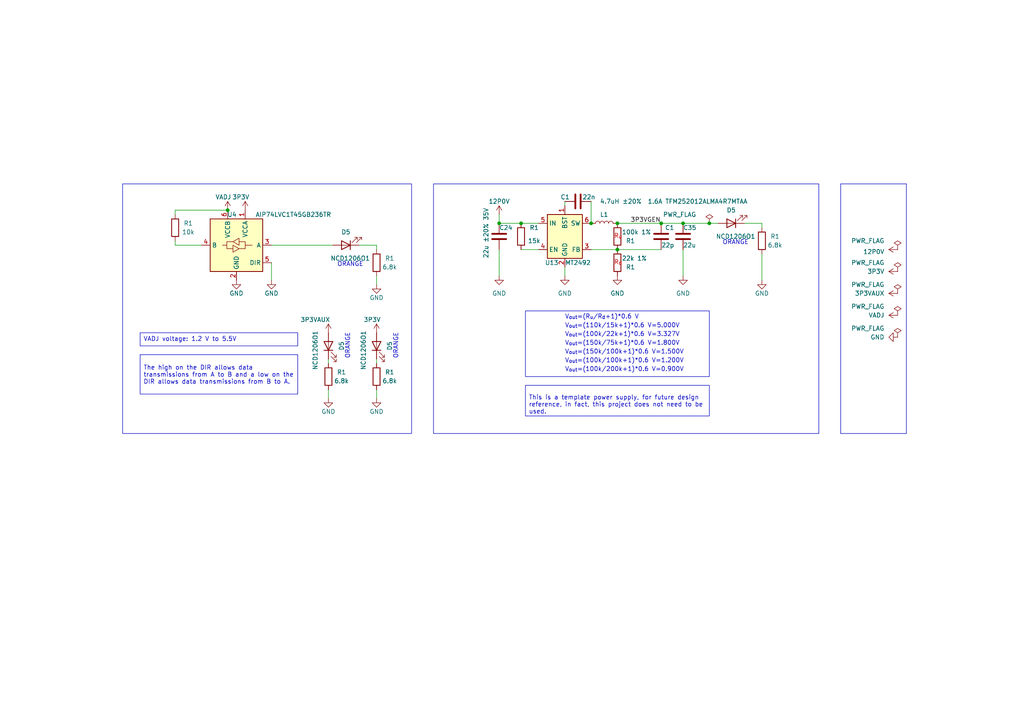
<source format=kicad_sch>
(kicad_sch (version 20230121) (generator eeschema)
  (paper "A4")
  (title_block (title "POWER") (date "2023-03-02") (rev "1.0.5") (company "CHIPS Alliance") (comment 1 "Rui Huang (2023-03-02)") (comment 2 "Rui Huang (2023-03-02)") (comment 4 "Rui Huang (2023-03-02)"))
  (lib_symbols
    (symbol "CHIPSAlliance_Logic:AIP74LVC1T45GB236TR"
      (property "Reference" "U" (at 1.27 1.27 0))
      (property "Value" "AIP74LVC1T45GB236TR" (at 0 -16.51 0))
      (symbol "AIP74LVC1T45GB236TR_0_1"
        (polyline (pts (xy 5.08 -7.62) (xy 5.08 -6.604) (xy 6.858 -6.604)))
        (polyline (pts (xy 10.414 -7.62) (xy 10.414 -8.636) (xy 8.636 -8.636)))
        (polyline (pts (xy 6.858 -8.636) (xy 5.08 -8.636) (xy 5.08 -7.62) (xy 3.048 -7.62)))
        (polyline (pts (xy 6.858 -7.62) (xy 6.858 -5.588) (xy 8.636 -6.604) (xy 6.858 -7.62)))
        (polyline (pts (xy 8.636 -6.604) (xy 10.414 -6.604) (xy 10.414 -7.62) (xy 11.684 -7.62)))
        (polyline (pts (xy 8.636 -7.62) (xy 8.636 -9.398) (xy 8.636 -9.652) (xy 6.858 -8.636) (xy 8.636 -7.62)))
        (rectangle (start 0 0) (end 15.24 -15.24) (stroke (width 0.254)) (fill (type background)))
      )
      (symbol "AIP74LVC1T45GB236TR_1_1"
        (pin power_in line (at 5.08 2.54 270) (length 2.54) (name "VCCA") (number "1"))
        (pin power_in line (at 7.62 -17.78 90) (length 2.54) (name "GND") (number "2"))
        (pin bidirectional line (at -2.54 -7.62 0) (length 2.54) (name "A") (number "3"))
        (pin bidirectional line (at 17.78 -7.62 180) (length 2.54) (name "B") (number "4"))
        (pin input line (at -2.54 -12.7 0) (length 2.54) (name "DIR") (number "5"))
        (pin power_in line (at 10.16 2.54 270) (length 2.54) (name "VCCB") (number "6"))
      )
    )
    (symbol "CHIPSAlliance_Power:12P0V" (power) (pin_names (offset 0))
      (property "Value" "12P0V" (at 0 3.81 0))
      (symbol "12P0V_0_1"
        (polyline (pts (xy -0.762 1.27) (xy 0 2.54)))
        (polyline (pts (xy 0 0) (xy 0 2.54)))
        (polyline (pts (xy 0 2.54) (xy 0.762 1.27)))
      )
      (symbol "12P0V_1_1"
        (pin power_in line (at 0 0 90) (length 0) hide (name "12P0V") (number "1"))
      )
    )
    (symbol "CHIPSAlliance_Power:3P3V" (power) (pin_names (offset 0))
      (property "Value" "3P3V" (at 0 3.81 0))
      (symbol "3P3V_0_1"
        (polyline (pts (xy -0.762 1.27) (xy 0 2.54)))
        (polyline (pts (xy 0 0) (xy 0 2.54)))
        (polyline (pts (xy 0 2.54) (xy 0.762 1.27)))
      )
      (symbol "3P3V_1_1"
        (pin power_in line (at 0 0 90) (length 0) hide (name "3P3V") (number "1"))
      )
    )
    (symbol "CHIPSAlliance_Power:3P3VAUX" (power) (pin_names (offset 0))
      (property "Value" "3P3VAUX" (at 0 3.81 0))
      (symbol "3P3VAUX_0_1"
        (polyline (pts (xy -0.762 1.27) (xy 0 2.54)))
        (polyline (pts (xy 0 0) (xy 0 2.54)))
        (polyline (pts (xy 0 2.54) (xy 0.762 1.27)))
      )
      (symbol "3P3VAUX_1_1"
        (pin power_in line (at 0 0 90) (length 0) hide (name "3P3VAUX") (number "1"))
      )
    )
    (symbol "CHIPSAlliance_Power:GND" (power) (pin_names (offset 0))
      (property "Value" "GND" (at 0 -3.81 0))
      (symbol "GND_0_1"
        (polyline (pts (xy 0 0) (xy 0 -1.27) (xy 1.27 -1.27) (xy 0 -2.54) (xy -1.27 -1.27) (xy 0 -1.27)))
      )
      (symbol "GND_1_1"
        (pin power_in line (at 0 0 270) (length 0) hide (name "GND") (number "1"))
      )
    )
    (symbol "CHIPSAlliance_Power:VADJ" (power) (pin_names (offset 0))
      (property "Value" "VADJ" (at 0 3.81 0))
      (symbol "VADJ_0_1"
        (polyline (pts (xy -0.762 1.27) (xy 0 2.54)))
        (polyline (pts (xy 0 0) (xy 0 2.54)))
        (polyline (pts (xy 0 2.54) (xy 0.762 1.27)))
      )
      (symbol "VADJ_1_1"
        (pin power_in line (at 0 0 90) (length 0) hide (name "VADJ") (number "1"))
      )
    )
    (symbol "CHIPSAlliance_Regulator_Switching:MT2492"
      (property "Reference" "U" (at 0 1.27 0))
      (property "Value" "MT2492" (at 0 -13.97 0))
      (symbol "MT2492_0_1"
        (rectangle (start 0 0) (end 10.16 -12.7) (stroke (width 0.254)) (fill (type background)))
      )
      (symbol "MT2492_1_1"
        (pin passive line (at 5.08 2.54 270) (length 2.54) (name "BST") (number "1"))
        (pin power_in line (at 5.08 -15.24 90) (length 2.54) (name "GND") (number "2"))
        (pin input line (at 12.7 -10.16 180) (length 2.54) (name "FB") (number "3"))
        (pin input line (at -2.54 -10.16 0) (length 2.54) (name "EN") (number "4"))
        (pin power_in line (at -2.54 -2.54 0) (length 2.54) (name "IN") (number "5"))
        (pin power_out line (at 12.7 -2.54 180) (length 2.54) (name "SW") (number "6"))
      )
    )
    (symbol "Device:C" (pin_numbers hide) (pin_names (offset 0.254))
      (property "Reference" "C" (at 0.635 2.54 0))
      (property "Value" "C" (at 0.635 -2.54 0))
      (symbol "C_0_1"
        (polyline (pts (xy -2.032 -0.762) (xy 2.032 -0.762)) (stroke (width 0.508)))
        (polyline (pts (xy -2.032 0.762) (xy 2.032 0.762)) (stroke (width 0.508)))
      )
      (symbol "C_1_1"
        (pin passive line (at 0 3.81 270) (length 2.794) (name "~") (number "1"))
        (pin passive line (at 0 -3.81 90) (length 2.794) (name "~") (number "2"))
      )
    )
    (symbol "Device:L" (pin_numbers hide) (pin_names (offset 1.016) hide)
      (property "Reference" "L" (at -1.27 0 90))
      (property "Value" "L" (at 1.905 0 90))
      (symbol "L_0_1"
        (arc (start 0 -2.54) (mid 0.6323 -1.905) (end 0 -1.27))
        (arc (start 0 -1.27) (mid 0.6323 -0.635) (end 0 0))
        (arc (start 0 0) (mid 0.6323 0.635) (end 0 1.27))
        (arc (start 0 1.27) (mid 0.6323 1.905) (end 0 2.54))
      )
      (symbol "L_1_1"
        (pin passive line (at 0 3.81 270) (length 1.27) (name "1") (number "1"))
        (pin passive line (at 0 -3.81 90) (length 1.27) (name "2") (number "2"))
      )
    )
    (symbol "Device:LED" (pin_numbers hide) (pin_names (offset 1.016) hide)
      (property "Reference" "D" (at 0 2.54 0))
      (property "Value" "LED" (at 0 -2.54 0))
      (symbol "LED_0_1"
        (polyline (pts (xy -1.27 -1.27) (xy -1.27 1.27)) (stroke (width 0.254)))
        (polyline (pts (xy -1.27 0) (xy 1.27 0)))
        (polyline (pts (xy 1.27 -1.27) (xy 1.27 1.27) (xy -1.27 0) (xy 1.27 -1.27)) (stroke (width 0.254)))
        (polyline (pts (xy -3.048 -0.762) (xy -4.572 -2.286) (xy -3.81 -2.286) (xy -4.572 -2.286) (xy -4.572 -1.524)))
        (polyline (pts (xy -1.778 -0.762) (xy -3.302 -2.286) (xy -2.54 -2.286) (xy -3.302 -2.286) (xy -3.302 -1.524)))
      )
      (symbol "LED_1_1"
        (pin passive line (at -3.81 0 0) (length 2.54) (name "K") (number "1"))
        (pin passive line (at 3.81 0 180) (length 2.54) (name "A") (number "2"))
      )
    )
    (symbol "Device:R" (pin_numbers hide) (pin_names (offset 0))
      (property "Reference" "R" (at 2.032 0 90))
      (property "Value" "R" (at 0 0 90))
      (symbol "R_0_1"
        (rectangle (start -1.016 -2.54) (end 1.016 2.54) (stroke (width 0.254)))
      )
      (symbol "R_1_1"
        (pin passive line (at 0 3.81 270) (length 1.27) (name "~") (number "1"))
        (pin passive line (at 0 -3.81 90) (length 1.27) (name "~") (number "2"))
      )
    )
    (symbol "power:PWR_FLAG" (power) (pin_numbers hide) (pin_names (offset 0) hide)
      (property "Value" "PWR_FLAG" (at 0 3.81 0))
      (symbol "PWR_FLAG_0_0"
        (pin power_out line (at 0 0 90) (length 0) (name "pwr") (number "1"))
      )
      (symbol "PWR_FLAG_0_1"
        (polyline (pts (xy 0 0) (xy 0 1.27) (xy -1.016 1.905) (xy 0 2.54) (xy 1.016 1.905) (xy 0 1.27)))
      )
    )
  )
  (junction (at 198.12 64.77))
  (junction (at 205.74 64.77))
  (junction (at 144.78 64.77))
  (junction (at 151.13 64.77))
  (junction (at 191.77 64.77))
  (junction (at 66.04 60.96))
  (junction (at 171.45 64.77))
  (junction (at 179.07 64.77))
  (junction (at 179.07 72.39))
  (polyline (pts (xy 262.89 125.73) (xy 243.84 125.73)))
  (wire (pts (xy 95.25 104.14) (xy 95.25 105.41)))
  (wire (pts (xy 109.22 113.03) (xy 109.22 115.57)))
  (wire (pts (xy 171.45 58.42) (xy 171.45 64.77)))
  (wire (pts (xy 179.07 64.77) (xy 191.77 64.77)))
  (polyline (pts (xy 243.84 53.34) (xy 243.84 125.73)))
  (wire (pts (xy 171.45 72.39) (xy 179.07 72.39)))
  (wire (pts (xy 198.12 64.77) (xy 205.74 64.77)))
  (wire (pts (xy 220.98 64.77) (xy 220.98 66.04)))
  (wire (pts (xy 104.14 71.12) (xy 109.22 71.12)))
  (wire (pts (xy 78.74 76.2) (xy 78.74 81.28)))
  (wire (pts (xy 109.22 71.12) (xy 109.22 72.39)))
  (wire (pts (xy 205.74 64.77) (xy 208.28 64.77)))
  (wire (pts (xy 109.22 104.14) (xy 109.22 105.41)))
  (polyline (pts (xy 262.89 53.34) (xy 262.89 125.73)))
  (wire (pts (xy 78.74 71.12) (xy 96.52 71.12)))
  (wire (pts (xy 198.12 80.01) (xy 198.12 72.39)))
  (wire (pts (xy 144.78 64.77) (xy 151.13 64.77)))
  (wire (pts (xy 144.78 72.39) (xy 144.78 80.01)))
  (wire (pts (xy 163.83 58.42) (xy 163.83 59.69)))
  (wire (pts (xy 144.78 62.23) (xy 144.78 64.77)))
  (wire (pts (xy 163.83 80.01) (xy 163.83 77.47)))
  (wire (pts (xy 151.13 72.39) (xy 156.21 72.39)))
  (polyline (pts (xy 243.84 53.34) (xy 262.89 53.34)))
  (wire (pts (xy 191.77 64.77) (xy 198.12 64.77)))
  (wire (pts (xy 50.8 71.12) (xy 58.42 71.12)))
  (wire (pts (xy 50.8 60.96) (xy 50.8 62.23)))
  (wire (pts (xy 50.8 69.85) (xy 50.8 71.12)))
  (wire (pts (xy 95.25 113.03) (xy 95.25 115.57)))
  (wire (pts (xy 109.22 80.01) (xy 109.22 82.55)))
  (wire (pts (xy 220.98 73.66) (xy 220.98 81.28)))
  (wire (pts (xy 151.13 64.77) (xy 156.21 64.77)))
  (wire (pts (xy 50.8 60.96) (xy 66.04 60.96)))
  (wire (pts (xy 179.07 72.39) (xy 191.77 72.39)))
  (wire (pts (xy 215.9 64.77) (xy 220.98 64.77)))
  (rectangle (start 125.73 53.34) (end 237.49 125.73))
  (rectangle (start 35.56 53.34) (end 119.38 125.73))
  (rectangle (start 152.4 90.17) (end 205.74 109.22))
  (text_box "The high on the DIR allows data transmissions from A to B and a low on the DIR allows data transmissions from B to A." (at 40.64 102.87 0) (size 45.72 11.43) (effects (font (size 1.27 1.27)) (justify left)))
  (text_box "VADJ voltage: 1.2 V to 5.5V" (at 40.64 96.52 0) (size 45.72 3.81) (effects (font (size 1.27 1.27)) (justify left top)))
  (text_box "\nThis is a template power supply, for future design reference, in fact, this project does not need to be used." (at 152.4 111.76 0) (size 53.34 8.89) (effects (font (size 1.27 1.27)) (justify left)))
  (text "R_{u}" (at 178.054 69.342 0) (effects (font (size 1.27 1.27)) (justify left bottom)))
  (text "V_{out}=(100k/22k+1)*0.6 V=3.327V " (at 163.83 97.79 0) (effects (font (size 1.27 1.27)) (justify left bottom)))
  (text "ORANGE" (at 101.6 104.14 90) (effects (font (size 1.27 1.27)) (justify left bottom)))
  (text "V_{out}=(100k/200k+1)*0.6 V=0.900V " (at 163.83 107.95 0) (effects (font (size 1.27 1.27)) (justify left bottom)))
  (text "V_{out}=(110k/15k+1)*0.6 V=5.000V " (at 163.83 95.25 0) (effects (font (size 1.27 1.27)) (justify left bottom)))
  (text "ORANGE" (at 97.79 77.47 0) (effects (font (size 1.27 1.27)) (justify left bottom)))
  (text "V_{out}=(R_{u}/R_{d}+1)*0.6 V" (at 163.83 92.71 0) (effects (font (size 1.27 1.27)) (justify left bottom)))
  (text "ORANGE" (at 209.55 71.12 0) (effects (font (size 1.27 1.27)) (justify left bottom)))
  (text "R_{d}" (at 178.054 76.962 0) (effects (font (size 1.27 1.27)) (justify left bottom)))
  (text "V_{out}=(150k/100k+1)*0.6 V=1.500V " (at 163.83 102.87 0) (effects (font (size 1.27 1.27)) (justify left bottom)))
  (text "V_{out}=(100k/100k+1)*0.6 V=1.200V " (at 163.83 105.41 0) (effects (font (size 1.27 1.27)) (justify left bottom)))
  (text "ORANGE" (at 115.57 104.14 90) (effects (font (size 1.27 1.27)) (justify left bottom)))
  (text "V_{out}=(150k/75k+1)*0.6 V=1.800V " (at 163.83 100.33 0) (effects (font (size 1.27 1.27)) (justify left bottom)))
  (label "3P3VGEN" (at 182.88 64.77 0))
  (symbol (lib_id "CHIPSAlliance_Power:12P0V") (at 144.78 62.23 0) (unit 1)
    (property "Reference" "#PWR0111" (effects hide))
    (property "Value" "12P0V" (at 144.78 58.42 0))
  )
  (symbol (lib_id "CHIPSAlliance_Logic:AIP74LVC1T45GB236TR") (at 76.2 63.5 0) (mirror y) (unit 1)
    (property "Reference" "U4" (at 67.31 62.23 0))
    (property "Value" "AIP74LVC1T45GB236TR" (at 85.09 62.23 0))
    (property "Footprint" "Package_TO_SOT_SMD:SOT-23-6" (effects hide))
    (property "Datasheet" "https://atta.szlcsc.com/upload/public/pdf/source/20220915/C3F384B245F14B1C45E49B7D1719C9B2.pdf" (effects hide))
    (property "JLCPCB Rotation Offset" "-180" (effects hide))
    (instances (project "fmc_usb_gpio_spi_jtag" (path "" (reference "U4") (unit 1)) (path "" (reference "U4") (unit 1)) (path "" (reference "U7") (unit 1)) (path "" (reference "U22") (unit 1))))
  )
  (symbol (lib_id "Device:C") (at 191.77 68.58 180) (unit 1)
    (property "Reference" "C1" (at 195.58 66.04 0) (effects (justify left)))
    (property "Value" "22p" (at 195.58 71.12 0) (effects (justify left)))
    (property "Footprint" "Capacitor_SMD:C_0402_1005Metric" (effects hide))
    (instances (project "fmc_usb_gpio_spi_jtag" (path "" (reference "C1") (unit 1)) (path "" (reference "C2") (unit 1)) (path "" (reference "C5") (unit 1)) (path "" (reference "C13") (unit 1)) (path "" (reference "C28") (unit 1)) (path "" (reference "C34") (unit 1))))
  )
  (symbol (lib_id "CHIPSAlliance_Power:3P3V") (at 260.35 78.74 90) (unit 1)
    (property "Reference" "#PWR0228" (effects hide))
    (property "Value" "3P3V" (at 256.54 78.74 90) (effects (justify left)))
  )
  (symbol (lib_id "Device:C") (at 144.78 68.58 0) (unit 1)
    (property "Reference" "C24" (at 144.78 66.04 0) (effects (justify left)))
    (property "Value" "22u ±20% 35V" (at 140.97 74.93 90) (effects (justify left)))
    (property "Footprint" "Capacitor_SMD:C_0805_2012Metric" (effects hide))
    (property "Datasheet" "https://atta.szlcsc.com/upload/public/pdf/source/20181206/C338080_066671AD469AE9D3706F78911D2065BC.pdf" (effects hide))
  )
  (symbol (lib_id "Device:C") (at 167.64 58.42 270) (unit 1)
    (property "Reference" "C1" (at 162.56 57.15 90) (effects (justify left)))
    (property "Value" "22n" (at 168.91 57.15 90) (effects (justify left)))
    (property "Footprint" "Capacitor_SMD:C_0402_1005Metric" (effects hide))
    (instances (project "fmc_usb_gpio_spi_jtag" (path "" (reference "C1") (unit 1)) (path "" (reference "C2") (unit 1)) (path "" (reference "C5") (unit 1)) (path "" (reference "C13") (unit 1)) (path "" (reference "C28") (unit 1)) (path "" (reference "C33") (unit 1))))
  )
  (symbol (lib_id "CHIPSAlliance_Power:GND") (at 78.74 81.28 0) (unit 1)
    (property "Reference" "#PWR02" (effects hide))
    (property "Value" "GND" (at 78.74 85.09 0))
    (instances (project "fmc_usb_gpio_spi_jtag" (path "" (reference "#PWR02") (unit 1)) (path "" (reference "#PWR099") (unit 1)) (path "" (reference "#PWR0116") (unit 1)) (path "" (reference "#PWR0248") (unit 1))))
  )
  (symbol (lib_id "power:PWR_FLAG") (at 260.35 72.39 0) (unit 1)
    (property "Reference" "#FLG01" (effects hide))
    (property "Value" "PWR_FLAG" (at 256.54 69.85 0) (effects (justify right)))
  )
  (symbol (lib_id "CHIPSAlliance_Power:12P0V") (at 260.35 72.39 90) (unit 1)
    (property "Reference" "#PWR0227" (effects hide))
    (property "Value" "12P0V" (at 256.54 73.025 90) (effects (justify left)))
  )
  (symbol (lib_id "power:PWR_FLAG") (at 260.35 78.74 0) (unit 1)
    (property "Reference" "#FLG04" (effects hide))
    (property "Value" "PWR_FLAG" (at 256.54 76.2 0) (effects (justify right)))
  )
  (symbol (lib_id "CHIPSAlliance_Power:3P3VAUX") (at 95.25 96.52 0) (unit 1)
    (property "Reference" "#PWR073" (effects hide))
    (property "Value" "3P3VAUX" (at 91.44 92.71 0))
    (instances (project "fmc_usb_gpio_spi_jtag" (path "" (reference "#PWR073") (unit 1)) (path "" (reference "#PWR0224") (unit 1))))
  )
  (symbol (lib_id "Device:R") (at 179.07 76.2 180) (unit 1)
    (property "Reference" "R1" (at 182.88 77.47 0))
    (property "Value" "22k 1%" (at 180.34 74.93 0) (effects (justify right)))
    (property "Footprint" "Resistor_SMD:R_0402_1005Metric" (effects hide))
    (instances (project "fmc_usb_gpio_spi_jtag" (path "" (reference "R1") (unit 1)) (path "" (reference "R34") (unit 1))))
  )
  (symbol (lib_id "CHIPSAlliance_Power:GND") (at 144.78 80.01 0) (unit 1)
    (property "Reference" "#PWR02" (effects hide))
    (property "Value" "GND" (at 144.78 85.09 0))
    (instances (project "fmc_usb_gpio_spi_jtag" (path "" (reference "#PWR02") (unit 1)) (path "" (reference "#PWR0168") (unit 1))))
  )
  (symbol (lib_id "CHIPSAlliance_Power:3P3V") (at 71.12 60.96 0) (unit 1)
    (property "Reference" "#PWR0105" (effects hide))
    (property "Value" "3P3V" (at 69.85 57.15 0))
  )
  (symbol (lib_id "Device:R") (at 50.8 66.04 0) (unit 1)
    (property "Reference" "R1" (at 54.61 64.77 0))
    (property "Value" "10k" (at 54.61 67.31 0))
    (property "Footprint" "Resistor_SMD:R_0402_1005Metric" (effects hide))
    (instances (project "fmc_usb_gpio_spi_jtag" (path "" (reference "R1") (unit 1)) (path "" (reference "R9") (unit 1)) (path "" (reference "R45") (unit 1))))
  )
  (symbol (lib_id "Device:R") (at 151.13 68.58 0) (unit 1)
    (property "Reference" "R1" (at 154.94 66.04 0))
    (property "Value" "15k" (at 154.94 69.85 0))
    (property "Footprint" "Resistor_SMD:R_0402_1005Metric" (effects hide))
    (instances (project "fmc_usb_gpio_spi_jtag" (path "" (reference "R1") (unit 1)) (path "" (reference "R9") (unit 1)) (path "" (reference "R54") (unit 1))))
  )
  (symbol (lib_id "power:PWR_FLAG") (at 205.74 64.77 0) (unit 1)
    (property "Reference" "#FLG07" (effects hide))
    (property "Value" "PWR_FLAG" (at 201.93 62.23 0) (effects (justify right)))
  )
  (symbol (lib_id "CHIPSAlliance_Power:GND") (at 198.12 80.01 0) (unit 1)
    (property "Reference" "#PWR02" (effects hide))
    (property "Value" "GND" (at 198.12 85.09 0))
    (instances (project "fmc_usb_gpio_spi_jtag" (path "" (reference "#PWR02") (unit 1)) (path "" (reference "#PWR0231") (unit 1))))
  )
  (symbol (lib_id "Device:R") (at 95.25 109.22 0) (unit 1)
    (property "Reference" "R1" (at 99.06 107.95 0))
    (property "Value" "6.8k" (at 99.06 110.49 0))
    (property "Footprint" "Resistor_SMD:R_0402_1005Metric" (effects hide))
    (instances (project "fmc_usb_gpio_spi_jtag" (path "" (reference "R1") (unit 1)) (path "" (reference "R9") (unit 1)) (path "" (reference "R41") (unit 1))))
  )
  (symbol (lib_id "power:PWR_FLAG") (at 260.35 91.44 0) (unit 1)
    (property "Reference" "#FLG05" (effects hide))
    (property "Value" "PWR_FLAG" (at 256.54 88.9 0) (effects (justify right)))
  )
  (symbol (lib_id "power:PWR_FLAG") (at 260.35 85.09 0) (unit 1)
    (property "Reference" "#FLG02" (effects hide))
    (property "Value" "PWR_FLAG" (at 256.54 82.55 0) (effects (justify right)))
  )
  (symbol (lib_id "Device:LED") (at 95.25 100.33 90) (unit 1)
    (property "Reference" "D5" (at 99.06 100.33 0))
    (property "Value" "NCD1206O1" (at 91.44 101.6 0))
    (property "Footprint" "LED_SMD:LED_1206_3216Metric" (effects hide))
    (property "Datasheet" "https://atta.szlcsc.com/upload/public/pdf/source/20200820/C130716_FB690F3C88618721E8D554623CE0FE83.pdf" (effects hide))
    (instances (project "fmc_usb_gpio_spi_jtag" (path "" (reference "D5") (unit 1)) (path "" (reference "D16") (unit 1))))
  )
  (symbol (lib_id "CHIPSAlliance_Power:GND") (at 163.83 80.01 0) (unit 1)
    (property "Reference" "#PWR02" (effects hide))
    (property "Value" "GND" (at 163.83 85.09 0))
    (instances (project "fmc_usb_gpio_spi_jtag" (path "" (reference "#PWR02") (unit 1)) (path "" (reference "#PWR0213") (unit 1))))
  )
  (symbol (lib_id "CHIPSAlliance_Power:GND") (at 109.22 82.55 0) (unit 1)
    (property "Reference" "#PWR02" (effects hide))
    (property "Value" "GND" (at 109.22 86.36 0))
    (instances (project "fmc_usb_gpio_spi_jtag" (path "" (reference "#PWR02") (unit 1)) (path "" (reference "#PWR099") (unit 1)) (path "" (reference "#PWR0145") (unit 1)) (path "" (reference "#PWR0253") (unit 1))))
  )
  (symbol (lib_id "Device:LED") (at 109.22 100.33 90) (unit 1)
    (property "Reference" "D5" (at 113.03 100.33 0))
    (property "Value" "NCD1206O1" (at 105.41 101.6 0))
    (property "Footprint" "LED_SMD:LED_1206_3216Metric" (effects hide))
    (property "Datasheet" "https://atta.szlcsc.com/upload/public/pdf/source/20200820/C130716_FB690F3C88618721E8D554623CE0FE83.pdf" (effects hide))
    (instances (project "fmc_usb_gpio_spi_jtag" (path "" (reference "D5") (unit 1)) (path "" (reference "D15") (unit 1))))
  )
  (symbol (lib_id "CHIPSAlliance_Power:3P3VAUX") (at 260.35 85.09 90) (unit 1)
    (property "Reference" "#PWR0220" (effects hide))
    (property "Value" "3P3VAUX" (at 256.54 85.09 90) (effects (justify left)))
  )
  (symbol (lib_id "CHIPSAlliance_Power:GND") (at 95.25 115.57 0) (unit 1)
    (property "Reference" "#PWR02" (effects hide))
    (property "Value" "GND" (at 95.25 119.38 0))
    (instances (project "fmc_usb_gpio_spi_jtag" (path "" (reference "#PWR02") (unit 1)) (path "" (reference "#PWR099") (unit 1)) (path "" (reference "#PWR0145") (unit 1)) (path "" (reference "#PWR0262") (unit 1))))
  )
  (symbol (lib_id "Device:LED") (at 100.33 71.12 180) (unit 1)
    (property "Reference" "D5" (at 100.33 67.31 0))
    (property "Value" "NCD1206O1" (at 101.6 74.93 0))
    (property "Footprint" "LED_SMD:LED_1206_3216Metric" (effects hide))
    (property "Datasheet" "https://atta.szlcsc.com/upload/public/pdf/source/20200820/C130716_FB690F3C88618721E8D554623CE0FE83.pdf" (effects hide))
    (instances (project "fmc_usb_gpio_spi_jtag" (path "" (reference "D5") (unit 1)) (path "" (reference "D14") (unit 1))))
  )
  (symbol (lib_id "CHIPSAlliance_Power:GND") (at 179.07 80.01 0) (unit 1)
    (property "Reference" "#PWR02" (effects hide))
    (property "Value" "GND" (at 179.07 85.09 0))
    (instances (project "fmc_usb_gpio_spi_jtag" (path "" (reference "#PWR02") (unit 1)) (path "" (reference "#PWR0230") (unit 1))))
  )
  (symbol (lib_id "CHIPSAlliance_Power:VADJ") (at 66.04 60.96 0) (unit 1)
    (property "Reference" "#PWR0226" (effects hide))
    (property "Value" "VADJ" (at 64.77 57.15 0))
  )
  (symbol (lib_id "Device:R") (at 109.22 76.2 0) (unit 1)
    (property "Reference" "R1" (at 113.03 74.93 0))
    (property "Value" "6.8k" (at 113.03 77.47 0))
    (property "Footprint" "Resistor_SMD:R_0402_1005Metric" (effects hide))
    (instances (project "fmc_usb_gpio_spi_jtag" (path "" (reference "R1") (unit 1)) (path "" (reference "R9") (unit 1)) (path "" (reference "R39") (unit 1))))
  )
  (symbol (lib_id "CHIPSAlliance_Power:GND") (at 109.22 115.57 0) (unit 1)
    (property "Reference" "#PWR02" (effects hide))
    (property "Value" "GND" (at 109.22 119.38 0))
    (instances (project "fmc_usb_gpio_spi_jtag" (path "" (reference "#PWR02") (unit 1)) (path "" (reference "#PWR099") (unit 1)) (path "" (reference "#PWR0145") (unit 1)) (path "" (reference "#PWR0254") (unit 1))))
  )
  (symbol (lib_id "CHIPSAlliance_Power:3P3V") (at 109.22 96.52 0) (unit 1)
    (property "Reference" "#PWR0264" (effects hide))
    (property "Value" "3P3V" (at 107.95 92.71 0))
  )
  (symbol (lib_id "CHIPSAlliance_Power:GND") (at 220.98 81.28 0) (unit 1)
    (property "Reference" "#PWR02" (effects hide))
    (property "Value" "GND" (at 220.98 85.09 0))
    (instances (project "fmc_usb_gpio_spi_jtag" (path "" (reference "#PWR02") (unit 1)) (path "" (reference "#PWR099") (unit 1)) (path "" (reference "#PWR0145") (unit 1)) (path "" (reference "#PWR0244") (unit 1))))
  )
  (symbol (lib_id "Device:L") (at 175.26 64.77 90) (unit 1)
    (property "Reference" "L1" (at 173.99 62.23 90) (effects (justify right)))
    (property "Value" "4.7uH ±20%  1.6A TFM252012ALMA4R7MTAA" (at 173.99 58.42 90) (effects (justify right)))
    (property "Footprint" "Inductor_SMD:L_Sunlord_SWPA252012S" (effects hide))
    (property "Datasheet" "https://atta.szlcsc.com/upload/public/pdf/source/20190717/C404806_DACCCA1626E3CAC637F67D00A48E4FAD.pdf" (effects hide))
  )
  (symbol (lib_id "CHIPSAlliance_Power:VADJ") (at 260.35 91.44 90) (unit 1)
    (property "Reference" "#PWR053" (effects hide))
    (property "Value" "VADJ" (at 256.54 91.44 90) (effects (justify left)))
    (instances (project "fmc_usb_gpio_spi_jtag" (path "" (reference "#PWR053") (unit 1)) (path "" (reference "#PWR0229") (unit 1))))
  )
  (symbol (lib_id "power:PWR_FLAG") (at 260.35 97.79 0) (unit 1)
    (property "Reference" "#FLG06" (effects hide))
    (property "Value" "PWR_FLAG" (at 256.54 95.25 0) (effects (justify right)))
  )
  (symbol (lib_id "Device:LED") (at 212.09 64.77 180) (unit 1)
    (property "Reference" "D5" (at 212.09 60.96 0))
    (property "Value" "NCD1206O1" (at 213.36 68.58 0))
    (property "Footprint" "LED_SMD:LED_1206_3216Metric" (effects hide))
    (property "Datasheet" "https://atta.szlcsc.com/upload/public/pdf/source/20200820/C130716_FB690F3C88618721E8D554623CE0FE83.pdf" (effects hide))
    (instances (project "fmc_usb_gpio_spi_jtag" (path "" (reference "D5") (unit 1)) (path "" (reference "D13") (unit 1))))
  )
  (symbol (lib_id "CHIPSAlliance_Power:GND") (at 260.35 97.79 270) (unit 1)
    (property "Reference" "#PWR078" (effects hide))
    (property "Value" "GND" (at 256.54 97.79 90) (effects (justify right)))
    (instances (project "fmc_usb_gpio_spi_jtag" (path "" (reference "#PWR078") (unit 1)) (path "" (reference "#PWR0259") (unit 1))))
  )
  (symbol (lib_id "CHIPSAlliance_Regulator_Switching:MT2492") (at 158.75 62.23 0) (unit 1)
    (property "Reference" "U13" (at 160.02 76.2 0))
    (property "Value" "MT2492" (at 167.64 76.2 0))
    (property "Footprint" "Package_TO_SOT_SMD:SOT-23-6" (effects hide))
    (property "Datasheet" "https://atta.szlcsc.com/upload/public/pdf/source/20221209/5C81DA9662873D3A116170FFBF63E49D.pdf" (effects hide))
    (property "JLCPCB Rotation Offset" "-180" (effects hide))
  )
  (symbol (lib_id "Device:C") (at 198.12 68.58 0) (unit 1)
    (property "Reference" "C35" (at 198.12 66.04 0) (effects (justify left)))
    (property "Value" "22u" (at 198.12 71.12 0) (effects (justify left)))
    (property "Footprint" "Capacitor_SMD:C_0805_2012Metric" (effects hide))
    (property "Datasheet" "https://atta.szlcsc.com/upload/public/pdf/source/20181206/C338080_066671AD469AE9D3706F78911D2065BC.pdf" (effects hide))
  )
  (symbol (lib_id "Device:R") (at 179.07 68.58 180) (unit 1)
    (property "Reference" "R1" (at 182.88 69.85 0))
    (property "Value" "100k 1%" (at 180.34 67.31 0) (effects (justify right)))
    (property "Footprint" "Resistor_SMD:R_0402_1005Metric" (effects hide))
    (instances (project "fmc_usb_gpio_spi_jtag" (path "" (reference "R1") (unit 1)) (path "" (reference "R33") (unit 1))))
  )
  (symbol (lib_id "Device:R") (at 220.98 69.85 0) (unit 1)
    (property "Reference" "R1" (at 224.79 68.58 0))
    (property "Value" "6.8k" (at 224.79 71.12 0))
    (property "Footprint" "Resistor_SMD:R_0402_1005Metric" (effects hide))
    (instances (project "fmc_usb_gpio_spi_jtag" (path "" (reference "R1") (unit 1)) (path "" (reference "R9") (unit 1)) (path "" (reference "R38") (unit 1))))
  )
  (symbol (lib_id "CHIPSAlliance_Power:GND") (at 68.58 81.28 0) (unit 1)
    (property "Reference" "#PWR02" (effects hide))
    (property "Value" "GND" (at 68.58 85.09 0))
    (instances (project "fmc_usb_gpio_spi_jtag" (path "" (reference "#PWR02") (unit 1)) (path "" (reference "#PWR099") (unit 1)) (path "" (reference "#PWR0114") (unit 1)) (path "" (reference "#PWR0246") (unit 1))))
  )
  (symbol (lib_id "Device:R") (at 109.22 109.22 0) (unit 1)
    (property "Reference" "R1" (at 113.03 107.95 0))
    (property "Value" "6.8k" (at 113.03 110.49 0))
    (property "Footprint" "Resistor_SMD:R_0402_1005Metric" (effects hide))
    (instances (project "fmc_usb_gpio_spi_jtag" (path "" (reference "R1") (unit 1)) (path "" (reference "R9") (unit 1)) (path "" (reference "R40") (unit 1))))
  )
)
</source>
